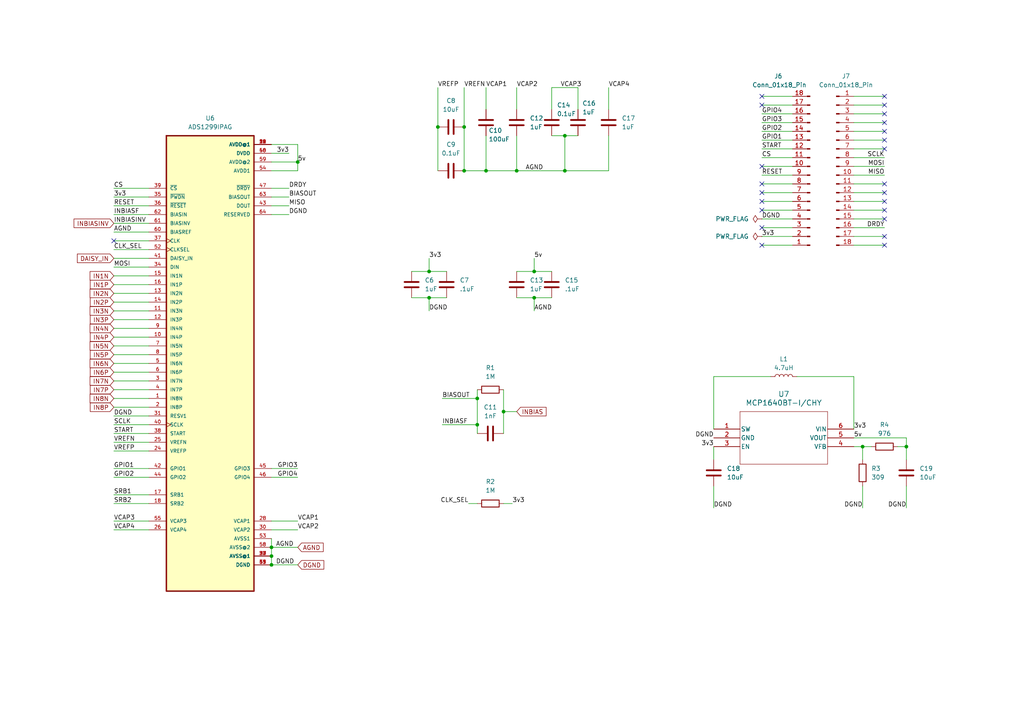
<source format=kicad_sch>
(kicad_sch (version 20231120) (generator "eeschema") (generator_version "8.0")
  (paper "A4")
  (lib_symbols
    (symbol "ADS1299:ADS1299IPAG" (pin_names (offset 1.016))
      (property "Reference" "U" (at -12.7 67.04 0))
      (property "Value" "ADS1299IPAG" (at -12.7 -70.04 0))
      (symbol "ADS1299IPAG_0_0"
        (rectangle (start -12.7 -66.04) (end 12.7 66.04) (stroke (width 0.41)) (fill (type background)))
        (pin input line (at -17.78 -10.16 0) (length 5.08) (name "IN8N") (number "1"))
        (pin input line (at -17.78 7.62 0) (length 5.08) (name "IN4P") (number "10"))
        (pin input line (at -17.78 15.24 0) (length 5.08) (name "IN3N") (number "11"))
        (pin input line (at -17.78 12.7 0) (length 5.08) (name "IN3P") (number "12"))
        (pin input line (at -17.78 20.32 0) (length 5.08) (name "IN2N") (number "13"))
        (pin input line (at -17.78 17.78 0) (length 5.08) (name "IN2P") (number "14"))
        (pin input line (at -17.78 25.4 0) (length 5.08) (name "IN1N") (number "15"))
        (pin input line (at -17.78 22.86 0) (length 5.08) (name "IN1P") (number "16"))
        (pin bidirectional line (at -17.78 -38.1 0) (length 5.08) (name "SRB1") (number "17"))
        (pin bidirectional line (at -17.78 -40.64 0) (length 5.08) (name "SRB2") (number "18"))
        (pin power_in line (at 17.78 63.5 180) (length 5.08) (name "AVDD@1") (number "19"))
        (pin input line (at -17.78 -12.7 0) (length 5.08) (name "IN8P") (number "2"))
        (pin power_in line (at 17.78 -55.88 180) (length 5.08) (name "AVSS@1") (number "20"))
        (pin power_in line (at 17.78 63.5 180) (length 5.08) (name "AVDD@1") (number "21"))
        (pin power_in line (at 17.78 63.5 180) (length 5.08) (name "AVDD@1") (number "22"))
        (pin power_in line (at 17.78 -55.88 180) (length 5.08) (name "AVSS@1") (number "23"))
        (pin input line (at -17.78 -25.4 0) (length 5.08) (name "VREFP") (number "24"))
        (pin input line (at -17.78 -22.86 0) (length 5.08) (name "VREFN") (number "25"))
        (pin bidirectional line (at -17.78 -48.26 0) (length 5.08) (name "VCAP4") (number "26"))
        (pin output line (at 17.78 -45.72 180) (length 5.08) (name "VCAP1") (number "28"))
        (pin input line (at -17.78 -5.08 0) (length 5.08) (name "IN7N") (number "3"))
        (pin output line (at 17.78 -48.26 180) (length 5.08) (name "VCAP2") (number "30"))
        (pin input line (at -17.78 -15.24 0) (length 5.08) (name "RESV1") (number "31"))
        (pin power_in line (at 17.78 -55.88 180) (length 5.08) (name "AVSS@1") (number "32"))
        (pin power_in line (at 17.78 -58.42 180) (length 5.08) (name "DGND") (number "33"))
        (pin input line (at -17.78 27.94 0) (length 5.08) (name "DIN") (number "34"))
        (pin input line (at -17.78 48.26 0) (length 5.08) (name "~{PWDN}") (number "35"))
        (pin input line (at -17.78 45.72 0) (length 5.08) (name "~{RESET}") (number "36"))
        (pin input clock (at -17.78 35.56 0) (length 5.08) (name "CLK") (number "37"))
        (pin input line (at -17.78 -20.32 0) (length 5.08) (name "START") (number "38"))
        (pin input line (at -17.78 50.8 0) (length 5.08) (name "~{CS}") (number "39"))
        (pin input line (at -17.78 -7.62 0) (length 5.08) (name "IN7P") (number "4"))
        (pin input clock (at -17.78 -17.78 0) (length 5.08) (name "SCLK") (number "40"))
        (pin input line (at -17.78 30.48 0) (length 5.08) (name "DAISY_IN") (number "41"))
        (pin bidirectional line (at -17.78 -30.48 0) (length 5.08) (name "GPIO1") (number "42"))
        (pin output line (at 17.78 45.72 180) (length 5.08) (name "DOUT") (number "43"))
        (pin bidirectional line (at -17.78 -33.02 0) (length 5.08) (name "GPIO2") (number "44"))
        (pin bidirectional line (at 17.78 -30.48 180) (length 5.08) (name "GPIO3") (number "45"))
        (pin bidirectional line (at 17.78 -33.02 180) (length 5.08) (name "GPIO4") (number "46"))
        (pin output line (at 17.78 50.8 180) (length 5.08) (name "~{DRDY}") (number "47"))
        (pin power_in line (at 17.78 60.96 180) (length 5.08) (name "DVDD") (number "48"))
        (pin power_in line (at 17.78 -58.42 180) (length 5.08) (name "DGND") (number "49"))
        (pin input line (at -17.78 0 0) (length 5.08) (name "IN6N") (number "5"))
        (pin power_in line (at 17.78 60.96 180) (length 5.08) (name "DVDD") (number "50"))
        (pin power_in line (at 17.78 -58.42 180) (length 5.08) (name "DGND") (number "51"))
        (pin input clock (at -17.78 33.02 0) (length 5.08) (name "CLKSEL") (number "52"))
        (pin power_in line (at 17.78 -50.8 180) (length 5.08) (name "AVSS1") (number "53"))
        (pin power_in line (at 17.78 55.88 180) (length 5.08) (name "AVDD1") (number "54"))
        (pin bidirectional line (at -17.78 -45.72 0) (length 5.08) (name "VCAP3") (number "55"))
        (pin power_in line (at 17.78 63.5 180) (length 5.08) (name "AVDD@1") (number "56"))
        (pin power_in line (at 17.78 -55.88 180) (length 5.08) (name "AVSS@1") (number "57"))
        (pin power_in line (at 17.78 -53.34 180) (length 5.08) (name "AVSS@2") (number "58"))
        (pin power_in line (at 17.78 58.42 180) (length 5.08) (name "AVDD@2") (number "59"))
        (pin input line (at -17.78 -2.54 0) (length 5.08) (name "IN6P") (number "6"))
        (pin input line (at -17.78 38.1 0) (length 5.08) (name "BIASREF") (number "60"))
        (pin input line (at -17.78 40.64 0) (length 5.08) (name "BIASINV") (number "61"))
        (pin input line (at -17.78 43.18 0) (length 5.08) (name "BIASIN") (number "62"))
        (pin output line (at 17.78 48.26 180) (length 5.08) (name "BIASOUT") (number "63"))
        (pin output line (at 17.78 43.18 180) (length 5.08) (name "RESERVED") (number "64"))
        (pin input line (at -17.78 5.08 0) (length 5.08) (name "IN5N") (number "7"))
        (pin input line (at -17.78 2.54 0) (length 5.08) (name "IN5P") (number "8"))
        (pin input line (at -17.78 10.16 0) (length 5.08) (name "IN4N") (number "9"))
      )
    )
    (symbol "Connector:Conn_01x18_Pin" (pin_names (offset 1.016) hide)
      (property "Reference" "J" (at 0 22.86 0))
      (property "Value" "Conn_01x18_Pin" (at 0 -25.4 0))
      (symbol "Conn_01x18_Pin_1_1"
        (polyline (pts (xy 1.27 -22.86) (xy 0.8636 -22.86)) (stroke (width 0.1524)))
        (polyline (pts (xy 1.27 -20.32) (xy 0.8636 -20.32)) (stroke (width 0.1524)))
        (polyline (pts (xy 1.27 -17.78) (xy 0.8636 -17.78)) (stroke (width 0.1524)))
        (polyline (pts (xy 1.27 -15.24) (xy 0.8636 -15.24)) (stroke (width 0.1524)))
        (polyline (pts (xy 1.27 -12.7) (xy 0.8636 -12.7)) (stroke (width 0.1524)))
        (polyline (pts (xy 1.27 -10.16) (xy 0.8636 -10.16)) (stroke (width 0.1524)))
        (polyline (pts (xy 1.27 -7.62) (xy 0.8636 -7.62)) (stroke (width 0.1524)))
        (polyline (pts (xy 1.27 -5.08) (xy 0.8636 -5.08)) (stroke (width 0.1524)))
        (polyline (pts (xy 1.27 -2.54) (xy 0.8636 -2.54)) (stroke (width 0.1524)))
        (polyline (pts (xy 1.27 0) (xy 0.8636 0)) (stroke (width 0.1524)))
        (polyline (pts (xy 1.27 2.54) (xy 0.8636 2.54)) (stroke (width 0.1524)))
        (polyline (pts (xy 1.27 5.08) (xy 0.8636 5.08)) (stroke (width 0.1524)))
        (polyline (pts (xy 1.27 7.62) (xy 0.8636 7.62)) (stroke (width 0.1524)))
        (polyline (pts (xy 1.27 10.16) (xy 0.8636 10.16)) (stroke (width 0.1524)))
        (polyline (pts (xy 1.27 12.7) (xy 0.8636 12.7)) (stroke (width 0.1524)))
        (polyline (pts (xy 1.27 15.24) (xy 0.8636 15.24)) (stroke (width 0.1524)))
        (polyline (pts (xy 1.27 17.78) (xy 0.8636 17.78)) (stroke (width 0.1524)))
        (polyline (pts (xy 1.27 20.32) (xy 0.8636 20.32)) (stroke (width 0.1524)))
        (rectangle (start 0.8636 -22.733) (end 0 -22.987) (stroke (width 0.1524)) (fill (type outline)))
        (rectangle (start 0.8636 -20.193) (end 0 -20.447) (stroke (width 0.1524)) (fill (type outline)))
        (rectangle (start 0.8636 -17.653) (end 0 -17.907) (stroke (width 0.1524)) (fill (type outline)))
        (rectangle (start 0.8636 -15.113) (end 0 -15.367) (stroke (width 0.1524)) (fill (type outline)))
        (rectangle (start 0.8636 -12.573) (end 0 -12.827) (stroke (width 0.1524)) (fill (type outline)))
        (rectangle (start 0.8636 -10.033) (end 0 -10.287) (stroke (width 0.1524)) (fill (type outline)))
        (rectangle (start 0.8636 -7.493) (end 0 -7.747) (stroke (width 0.1524)) (fill (type outline)))
        (rectangle (start 0.8636 -4.953) (end 0 -5.207) (stroke (width 0.1524)) (fill (type outline)))
        (rectangle (start 0.8636 -2.413) (end 0 -2.667) (stroke (width 0.1524)) (fill (type outline)))
        (rectangle (start 0.8636 0.127) (end 0 -0.127) (stroke (width 0.1524)) (fill (type outline)))
        (rectangle (start 0.8636 2.667) (end 0 2.413) (stroke (width 0.1524)) (fill (type outline)))
        (rectangle (start 0.8636 5.207) (end 0 4.953) (stroke (width 0.1524)) (fill (type outline)))
        (rectangle (start 0.8636 7.747) (end 0 7.493) (stroke (width 0.1524)) (fill (type outline)))
        (rectangle (start 0.8636 10.287) (end 0 10.033) (stroke (width 0.1524)) (fill (type outline)))
        (rectangle (start 0.8636 12.827) (end 0 12.573) (stroke (width 0.1524)) (fill (type outline)))
        (rectangle (start 0.8636 15.367) (end 0 15.113) (stroke (width 0.1524)) (fill (type outline)))
        (rectangle (start 0.8636 17.907) (end 0 17.653) (stroke (width 0.1524)) (fill (type outline)))
        (rectangle (start 0.8636 20.447) (end 0 20.193) (stroke (width 0.1524)) (fill (type outline)))
        (pin passive line (at 5.08 20.32 180) (length 3.81) (name "Pin_1") (number "1"))
        (pin passive line (at 5.08 -2.54 180) (length 3.81) (name "Pin_10") (number "10"))
        (pin passive line (at 5.08 -5.08 180) (length 3.81) (name "Pin_11") (number "11"))
        (pin passive line (at 5.08 -7.62 180) (length 3.81) (name "Pin_12") (number "12"))
        (pin passive line (at 5.08 -10.16 180) (length 3.81) (name "Pin_13") (number "13"))
        (pin passive line (at 5.08 -12.7 180) (length 3.81) (name "Pin_14") (number "14"))
        (pin passive line (at 5.08 -15.24 180) (length 3.81) (name "Pin_15") (number "15"))
        (pin passive line (at 5.08 -17.78 180) (length 3.81) (name "Pin_16") (number "16"))
        (pin passive line (at 5.08 -20.32 180) (length 3.81) (name "Pin_17") (number "17"))
        (pin passive line (at 5.08 -22.86 180) (length 3.81) (name "Pin_18") (number "18"))
        (pin passive line (at 5.08 17.78 180) (length 3.81) (name "Pin_2") (number "2"))
        (pin passive line (at 5.08 15.24 180) (length 3.81) (name "Pin_3") (number "3"))
        (pin passive line (at 5.08 12.7 180) (length 3.81) (name "Pin_4") (number "4"))
        (pin passive line (at 5.08 10.16 180) (length 3.81) (name "Pin_5") (number "5"))
        (pin passive line (at 5.08 7.62 180) (length 3.81) (name "Pin_6") (number "6"))
        (pin passive line (at 5.08 5.08 180) (length 3.81) (name "Pin_7") (number "7"))
        (pin passive line (at 5.08 2.54 180) (length 3.81) (name "Pin_8") (number "8"))
        (pin passive line (at 5.08 0 180) (length 3.81) (name "Pin_9") (number "9"))
      )
    )
    (symbol "Device:C" (pin_numbers hide) (pin_names (offset 0.254))
      (property "Reference" "C" (at 0.635 2.54 0))
      (property "Value" "C" (at 0.635 -2.54 0))
      (symbol "C_0_1"
        (polyline (pts (xy -2.032 -0.762) (xy 2.032 -0.762)) (stroke (width 0.508)))
        (polyline (pts (xy -2.032 0.762) (xy 2.032 0.762)) (stroke (width 0.508)))
      )
      (symbol "C_1_1"
        (pin passive line (at 0 3.81 270) (length 2.794) (name "~") (number "1"))
        (pin passive line (at 0 -3.81 90) (length 2.794) (name "~") (number "2"))
      )
    )
    (symbol "Device:L" (pin_numbers hide) (pin_names (offset 1.016) hide)
      (property "Reference" "L" (at -1.27 0 90))
      (property "Value" "L" (at 1.905 0 90))
      (symbol "L_0_1"
        (arc (start 0 -2.54) (mid 0.6323 -1.905) (end 0 -1.27))
        (arc (start 0 -1.27) (mid 0.6323 -0.635) (end 0 0))
        (arc (start 0 0) (mid 0.6323 0.635) (end 0 1.27))
        (arc (start 0 1.27) (mid 0.6323 1.905) (end 0 2.54))
      )
      (symbol "L_1_1"
        (pin passive line (at 0 3.81 270) (length 1.27) (name "1") (number "1"))
        (pin passive line (at 0 -3.81 90) (length 1.27) (name "2") (number "2"))
      )
    )
    (symbol "Device:R" (pin_numbers hide) (pin_names (offset 0))
      (property "Reference" "R" (at 2.032 0 90))
      (property "Value" "R" (at 0 0 90))
      (symbol "R_0_1"
        (rectangle (start -1.016 -2.54) (end 1.016 2.54) (stroke (width 0.254)))
      )
      (symbol "R_1_1"
        (pin passive line (at 0 3.81 270) (length 1.27) (name "~") (number "1"))
        (pin passive line (at 0 -3.81 90) (length 1.27) (name "~") (number "2"))
      )
    )
    (symbol "MCP1640BT:MCP1640BT-I_CHY" (pin_names (offset 0.254))
      (property "Reference" "U" (at 20.32 10.16 0))
      (property "Value" "MCP1640BT-I/CHY" (at 20.32 7.62 0))
      (symbol "MCP1640BT-I_CHY_0_1"
        (polyline (pts (xy 7.62 -10.16) (xy 33.02 -10.16)) (stroke (width 0.127)))
        (polyline (pts (xy 7.62 5.08) (xy 7.62 -10.16)) (stroke (width 0.127)))
        (polyline (pts (xy 33.02 -10.16) (xy 33.02 5.08)) (stroke (width 0.127)))
        (polyline (pts (xy 33.02 5.08) (xy 7.62 5.08)) (stroke (width 0.127)))
        (pin input line (at 0 0 0) (length 7.62) (name "SW") (number "1"))
        (pin power_in line (at 0 -2.54 0) (length 7.62) (name "GND") (number "2"))
        (pin input line (at 0 -5.08 0) (length 7.62) (name "EN") (number "3"))
        (pin unspecified line (at 40.64 -5.08 180) (length 7.62) (name "VFB") (number "4"))
        (pin output line (at 40.64 -2.54 180) (length 7.62) (name "VOUT") (number "5"))
        (pin input line (at 40.64 0 180) (length 7.62) (name "VIN") (number "6"))
      )
    )
    (symbol "power:PWR_FLAG" (power) (pin_numbers hide) (pin_names (offset 0) hide)
      (property "Value" "PWR_FLAG" (at 0 3.81 0))
      (symbol "PWR_FLAG_0_0"
        (pin power_out line (at 0 0 90) (length 0) (name "~") (number "1"))
      )
      (symbol "PWR_FLAG_0_1"
        (polyline (pts (xy 0 0) (xy 0 1.27) (xy -1.016 1.905) (xy 0 2.54) (xy 1.016 1.905) (xy 0 1.27)))
      )
    )
  )
  (junction (at 154.94 86.36))
  (junction (at 163.83 49.53))
  (junction (at 138.43 115.57))
  (junction (at 127 36.83))
  (junction (at 146.05 119.38))
  (junction (at 78.74 161.29))
  (junction (at 124.46 86.36))
  (junction (at 86.36 46.99))
  (junction (at 154.94 78.74))
  (junction (at 134.62 49.53))
  (junction (at 262.89 129.54))
  (junction (at 140.97 49.53))
  (junction (at 163.83 39.37))
  (junction (at 78.74 163.83))
  (junction (at 124.46 78.74))
  (junction (at 78.74 158.75))
  (junction (at 138.43 123.19))
  (junction (at 134.62 36.83))
  (junction (at 250.19 129.54))
  (junction (at 149.86 49.53))
  (no_connect (at 220.98 66.04))
  (no_connect (at 256.54 58.42))
  (no_connect (at 220.98 30.48))
  (no_connect (at 220.98 55.88))
  (no_connect (at 220.98 48.26))
  (no_connect (at 220.98 53.34))
  (no_connect (at 256.54 30.48))
  (no_connect (at 256.54 43.18))
  (no_connect (at 220.98 71.12))
  (no_connect (at 256.54 63.5))
  (no_connect (at 256.54 60.96))
  (no_connect (at 220.98 27.94))
  (no_connect (at 256.54 27.94))
  (no_connect (at 256.54 35.56))
  (no_connect (at 33.02 69.85))
  (no_connect (at 256.54 40.64))
  (no_connect (at 256.54 68.58))
  (no_connect (at 256.54 38.1))
  (no_connect (at 256.54 71.12))
  (no_connect (at 256.54 55.88))
  (no_connect (at 256.54 33.02))
  (no_connect (at 220.98 58.42))
  (no_connect (at 256.54 53.34))
  (no_connect (at 220.98 60.96))
  (wire (pts (xy 33.02 151.13) (xy 43.18 151.13)))
  (wire (pts (xy 220.98 40.64) (xy 229.87 40.64)))
  (wire (pts (xy 78.74 163.83) (xy 78.74 161.29)))
  (wire (pts (xy 231.14 109.22) (xy 247.65 109.22)))
  (wire (pts (xy 33.02 105.41) (xy 43.18 105.41)))
  (wire (pts (xy 163.83 39.37) (xy 163.83 49.53)))
  (wire (pts (xy 247.65 35.56) (xy 256.54 35.56)))
  (wire (pts (xy 220.98 45.72) (xy 229.87 45.72)))
  (wire (pts (xy 140.97 39.37) (xy 140.97 49.53)))
  (wire (pts (xy 78.74 59.69) (xy 83.82 59.69)))
  (wire (pts (xy 250.19 129.54) (xy 250.19 133.35)))
  (wire (pts (xy 247.65 58.42) (xy 256.54 58.42)))
  (wire (pts (xy 207.01 124.46) (xy 207.01 109.22)))
  (wire (pts (xy 33.02 95.25) (xy 43.18 95.25)))
  (wire (pts (xy 78.74 138.43) (xy 86.36 138.43)))
  (wire (pts (xy 138.43 113.03) (xy 138.43 115.57)))
  (wire (pts (xy 33.02 62.23) (xy 43.18 62.23)))
  (wire (pts (xy 176.53 25.4) (xy 176.53 31.75)))
  (wire (pts (xy 262.89 140.97) (xy 262.89 147.32)))
  (wire (pts (xy 124.46 78.74) (xy 129.54 78.74)))
  (wire (pts (xy 146.05 113.03) (xy 146.05 119.38)))
  (wire (pts (xy 33.02 113.03) (xy 43.18 113.03)))
  (wire (pts (xy 149.86 25.4) (xy 149.86 31.75)))
  (wire (pts (xy 247.65 27.94) (xy 256.54 27.94)))
  (wire (pts (xy 149.86 49.53) (xy 140.97 49.53)))
  (wire (pts (xy 78.74 54.61) (xy 83.82 54.61)))
  (wire (pts (xy 33.02 64.77) (xy 43.18 64.77)))
  (wire (pts (xy 247.65 33.02) (xy 256.54 33.02)))
  (wire (pts (xy 78.74 49.53) (xy 86.36 49.53)))
  (wire (pts (xy 134.62 49.53) (xy 134.62 36.83)))
  (wire (pts (xy 78.74 135.89) (xy 86.36 135.89)))
  (wire (pts (xy 247.65 66.04) (xy 256.54 66.04)))
  (wire (pts (xy 119.38 86.36) (xy 124.46 86.36)))
  (wire (pts (xy 220.98 48.26) (xy 229.87 48.26)))
  (wire (pts (xy 33.02 102.87) (xy 43.18 102.87)))
  (wire (pts (xy 220.98 30.48) (xy 229.87 30.48)))
  (wire (pts (xy 220.98 68.58) (xy 229.87 68.58)))
  (wire (pts (xy 134.62 36.83) (xy 134.62 25.4)))
  (wire (pts (xy 124.46 74.93) (xy 124.46 78.74)))
  (wire (pts (xy 160.02 39.37) (xy 163.83 39.37)))
  (wire (pts (xy 146.05 119.38) (xy 149.86 119.38)))
  (wire (pts (xy 220.98 63.5) (xy 229.87 63.5)))
  (wire (pts (xy 220.98 50.8) (xy 229.87 50.8)))
  (wire (pts (xy 138.43 115.57) (xy 138.43 123.19)))
  (wire (pts (xy 220.98 33.02) (xy 229.87 33.02)))
  (wire (pts (xy 33.02 123.19) (xy 43.18 123.19)))
  (wire (pts (xy 78.74 158.75) (xy 78.74 161.29)))
  (wire (pts (xy 149.86 39.37) (xy 149.86 49.53)))
  (wire (pts (xy 154.94 86.36) (xy 160.02 86.36)))
  (wire (pts (xy 220.98 66.04) (xy 229.87 66.04)))
  (wire (pts (xy 33.02 135.89) (xy 43.18 135.89)))
  (wire (pts (xy 262.89 129.54) (xy 260.35 129.54)))
  (wire (pts (xy 78.74 156.21) (xy 78.74 158.75)))
  (wire (pts (xy 127 36.83) (xy 127 49.53)))
  (wire (pts (xy 220.98 35.56) (xy 229.87 35.56)))
  (wire (pts (xy 33.02 115.57) (xy 43.18 115.57)))
  (wire (pts (xy 78.74 46.99) (xy 86.36 46.99)))
  (wire (pts (xy 154.94 86.36) (xy 154.94 90.17)))
  (wire (pts (xy 33.02 85.09) (xy 43.18 85.09)))
  (wire (pts (xy 220.98 38.1) (xy 229.87 38.1)))
  (wire (pts (xy 33.02 138.43) (xy 43.18 138.43)))
  (wire (pts (xy 207.01 140.97) (xy 207.01 147.32)))
  (wire (pts (xy 220.98 55.88) (xy 229.87 55.88)))
  (wire (pts (xy 78.74 44.45) (xy 83.82 44.45)))
  (wire (pts (xy 33.02 97.79) (xy 43.18 97.79)))
  (wire (pts (xy 78.74 163.83) (xy 86.36 163.83)))
  (wire (pts (xy 149.86 49.53) (xy 163.83 49.53)))
  (wire (pts (xy 247.65 127) (xy 262.89 127)))
  (wire (pts (xy 154.94 74.93) (xy 154.94 78.74)))
  (wire (pts (xy 176.53 39.37) (xy 176.53 49.53)))
  (wire (pts (xy 207.01 129.54) (xy 207.01 133.35)))
  (wire (pts (xy 247.65 45.72) (xy 256.54 45.72)))
  (wire (pts (xy 78.74 62.23) (xy 83.82 62.23)))
  (wire (pts (xy 124.46 86.36) (xy 129.54 86.36)))
  (wire (pts (xy 33.02 82.55) (xy 43.18 82.55)))
  (wire (pts (xy 128.27 115.57) (xy 138.43 115.57)))
  (wire (pts (xy 78.74 41.91) (xy 86.36 41.91)))
  (wire (pts (xy 250.19 140.97) (xy 250.19 147.32)))
  (wire (pts (xy 220.98 27.94) (xy 229.87 27.94)))
  (wire (pts (xy 247.65 40.64) (xy 256.54 40.64)))
  (wire (pts (xy 160.02 25.4) (xy 167.64 25.4)))
  (wire (pts (xy 135.89 146.05) (xy 138.43 146.05)))
  (wire (pts (xy 33.02 110.49) (xy 43.18 110.49)))
  (wire (pts (xy 247.65 60.96) (xy 256.54 60.96)))
  (wire (pts (xy 220.98 60.96) (xy 229.87 60.96)))
  (wire (pts (xy 247.65 38.1) (xy 256.54 38.1)))
  (wire (pts (xy 119.38 78.74) (xy 124.46 78.74)))
  (wire (pts (xy 247.65 55.88) (xy 256.54 55.88)))
  (wire (pts (xy 33.02 59.69) (xy 43.18 59.69)))
  (wire (pts (xy 167.64 25.4) (xy 167.64 31.75)))
  (wire (pts (xy 78.74 57.15) (xy 83.82 57.15)))
  (wire (pts (xy 247.65 63.5) (xy 256.54 63.5)))
  (wire (pts (xy 220.98 58.42) (xy 229.87 58.42)))
  (wire (pts (xy 247.65 30.48) (xy 256.54 30.48)))
  (wire (pts (xy 33.02 146.05) (xy 43.18 146.05)))
  (wire (pts (xy 33.02 69.85) (xy 43.18 69.85)))
  (wire (pts (xy 140.97 25.4) (xy 140.97 31.75)))
  (wire (pts (xy 33.02 130.81) (xy 43.18 130.81)))
  (wire (pts (xy 86.36 46.99) (xy 86.36 49.53)))
  (wire (pts (xy 33.02 128.27) (xy 43.18 128.27)))
  (wire (pts (xy 146.05 146.05) (xy 148.59 146.05)))
  (wire (pts (xy 78.74 151.13) (xy 86.36 151.13)))
  (wire (pts (xy 163.83 39.37) (xy 167.64 39.37)))
  (wire (pts (xy 33.02 57.15) (xy 43.18 57.15)))
  (wire (pts (xy 33.02 92.71) (xy 43.18 92.71)))
  (wire (pts (xy 149.86 78.74) (xy 154.94 78.74)))
  (wire (pts (xy 33.02 143.51) (xy 43.18 143.51)))
  (wire (pts (xy 33.02 90.17) (xy 43.18 90.17)))
  (wire (pts (xy 220.98 43.18) (xy 229.87 43.18)))
  (wire (pts (xy 33.02 80.01) (xy 43.18 80.01)))
  (wire (pts (xy 146.05 119.38) (xy 146.05 125.73)))
  (wire (pts (xy 160.02 25.4) (xy 160.02 31.75)))
  (wire (pts (xy 247.65 50.8) (xy 256.54 50.8)))
  (wire (pts (xy 262.89 129.54) (xy 262.89 127)))
  (wire (pts (xy 138.43 123.19) (xy 138.43 125.73)))
  (wire (pts (xy 33.02 67.31) (xy 43.18 67.31)))
  (wire (pts (xy 33.02 87.63) (xy 43.18 87.63)))
  (wire (pts (xy 247.65 71.12) (xy 256.54 71.12)))
  (wire (pts (xy 124.46 86.36) (xy 124.46 90.17)))
  (wire (pts (xy 127 25.4) (xy 127 36.83)))
  (wire (pts (xy 250.19 129.54) (xy 252.73 129.54)))
  (wire (pts (xy 33.02 107.95) (xy 43.18 107.95)))
  (wire (pts (xy 86.36 41.91) (xy 86.36 46.99)))
  (wire (pts (xy 247.65 68.58) (xy 256.54 68.58)))
  (wire (pts (xy 33.02 77.47) (xy 43.18 77.47)))
  (wire (pts (xy 33.02 54.61) (xy 43.18 54.61)))
  (wire (pts (xy 140.97 49.53) (xy 134.62 49.53)))
  (wire (pts (xy 33.02 100.33) (xy 43.18 100.33)))
  (wire (pts (xy 154.94 78.74) (xy 160.02 78.74)))
  (wire (pts (xy 220.98 71.12) (xy 229.87 71.12)))
  (wire (pts (xy 33.02 153.67) (xy 43.18 153.67)))
  (wire (pts (xy 247.65 43.18) (xy 256.54 43.18)))
  (wire (pts (xy 247.65 53.34) (xy 256.54 53.34)))
  (wire (pts (xy 33.02 125.73) (xy 43.18 125.73)))
  (wire (pts (xy 33.02 118.11) (xy 43.18 118.11)))
  (wire (pts (xy 33.02 72.39) (xy 43.18 72.39)))
  (wire (pts (xy 33.02 74.93) (xy 43.18 74.93)))
  (wire (pts (xy 176.53 49.53) (xy 163.83 49.53)))
  (wire (pts (xy 247.65 109.22) (xy 247.65 124.46)))
  (wire (pts (xy 149.86 86.36) (xy 154.94 86.36)))
  (wire (pts (xy 262.89 133.35) (xy 262.89 129.54)))
  (wire (pts (xy 33.02 120.65) (xy 43.18 120.65)))
  (wire (pts (xy 207.01 109.22) (xy 223.52 109.22)))
  (wire (pts (xy 220.98 53.34) (xy 229.87 53.34)))
  (wire (pts (xy 128.27 123.19) (xy 138.43 123.19)))
  (wire (pts (xy 247.65 48.26) (xy 256.54 48.26)))
  (wire (pts (xy 78.74 158.75) (xy 86.36 158.75)))
  (wire (pts (xy 247.65 129.54) (xy 250.19 129.54)))
  (wire (pts (xy 78.74 153.67) (xy 86.36 153.67)))
  (label "AGND" (at 33.02 67.31 0))
  (label "VCAP4" (at 33.02 153.67 0))
  (label "GPIO4" (at 220.98 33.02 0))
  (label "DGND" (at 207.01 147.32 0))
  (label "3v3" (at 207.01 129.54 180))
  (label "DGND" (at 124.46 90.17 0))
  (label "VCAP3" (at 162.56 25.4 0))
  (label "INBIASF" (at 128.27 123.19 0))
  (label "CLK_SEL" (at 33.02 72.39 0))
  (label "5v" (at 247.65 127 0))
  (label "AGND" (at 152.4 49.53 0))
  (label "MISO" (at 256.54 50.8 180))
  (label "VREFP" (at 33.02 130.81 0))
  (label "SCLK" (at 256.54 45.72 180))
  (label "VREFP" (at 127 25.4 0))
  (label "GPIO1" (at 220.98 40.64 0))
  (label "RESET" (at 220.98 50.8 0))
  (label "BIASOUT" (at 83.82 57.15 0))
  (label "VCAP2" (at 149.86 25.4 0))
  (label "3v3" (at 124.46 74.93 0))
  (label "3v3" (at 247.65 124.46 0))
  (label "VREFN" (at 33.02 128.27 0))
  (label "CLK_SEL" (at 135.89 146.05 180))
  (label "AGND" (at 80.01 158.75 0))
  (label "VCAP1" (at 140.97 25.4 0))
  (label "SRB1" (at 33.02 143.51 0))
  (label "INBIASF" (at 33.02 62.23 0))
  (label "3v3" (at 83.82 44.45 180))
  (label "CS" (at 220.98 45.72 0))
  (label "GPIO4" (at 86.36 138.43 180))
  (label "MOSI" (at 33.02 77.47 0))
  (label "START" (at 220.98 43.18 0))
  (label "AGND" (at 154.94 90.17 0))
  (label "INBIASINV" (at 33.02 64.77 0))
  (label "3v3" (at 33.02 57.15 0))
  (label "START" (at 33.02 125.73 0))
  (label "DRDY" (at 256.54 66.04 180))
  (label "GPIO3" (at 86.36 135.89 180))
  (label "VCAP4" (at 176.53 25.4 0))
  (label "5v" (at 86.36 46.99 0))
  (label "5v" (at 154.94 74.93 0))
  (label "RESET" (at 33.02 59.69 0))
  (label "VREFN" (at 134.62 25.4 0))
  (label "DGND" (at 207.01 127 180))
  (label "VCAP3" (at 33.02 151.13 0))
  (label "MOSI" (at 256.54 48.26 180))
  (label "DGND" (at 250.19 147.32 180))
  (label "DGND" (at 33.02 120.65 0))
  (label "CS" (at 33.02 54.61 0))
  (label "3v3" (at 220.98 68.58 0))
  (label "DGND" (at 220.98 63.5 0))
  (label "BIASOUT" (at 128.27 115.57 0))
  (label "GPIO1" (at 33.02 135.89 0))
  (label "SCLK" (at 33.02 123.19 0))
  (label "GPIO2" (at 220.98 38.1 0))
  (label "DGND" (at 262.89 147.32 180))
  (label "DGND" (at 83.82 62.23 0))
  (label "GPIO2" (at 33.02 138.43 0))
  (label "MISO" (at 83.82 59.69 0))
  (label "DRDY" (at 83.82 54.61 0))
  (label "DGND" (at 80.01 163.83 0))
  (label "VCAP2" (at 86.36 153.67 0))
  (label "GPIO3" (at 220.98 35.56 0))
  (label "SRB2" (at 33.02 146.05 0))
  (label "3v3" (at 148.59 146.05 0))
  (label "VCAP1" (at 86.36 151.13 0))
  (global_label "IN3P" (shape input) (at 33.02 92.71 180) (property "Intersheetrefs" "${INTERSHEET_REFS}" (effects (hide yes))))
  (global_label "IN1P" (shape input) (at 33.02 82.55 180) (property "Intersheetrefs" "${INTERSHEET_REFS}" (effects (hide yes))))
  (global_label "IN2N" (shape input) (at 33.02 85.09 180) (property "Intersheetrefs" "${INTERSHEET_REFS}" (effects (hide yes))))
  (global_label "AGND" (shape input) (at 86.36 158.75 0) (property "Intersheetrefs" "${INTERSHEET_REFS}" (effects (hide yes))))
  (global_label "IN1N" (shape input) (at 33.02 80.01 180) (property "Intersheetrefs" "${INTERSHEET_REFS}" (effects (hide yes))))
  (global_label "IN4P" (shape input) (at 33.02 97.79 180) (property "Intersheetrefs" "${INTERSHEET_REFS}" (effects (hide yes))))
  (global_label "IN2P" (shape input) (at 33.02 87.63 180) (property "Intersheetrefs" "${INTERSHEET_REFS}" (effects (hide yes))))
  (global_label "IN4N" (shape input) (at 33.02 95.25 180) (property "Intersheetrefs" "${INTERSHEET_REFS}" (effects (hide yes))))
  (global_label "IN7N" (shape input) (at 33.02 110.49 180) (property "Intersheetrefs" "${INTERSHEET_REFS}" (effects (hide yes))))
  (global_label "IN3N" (shape input) (at 33.02 90.17 180) (property "Intersheetrefs" "${INTERSHEET_REFS}" (effects (hide yes))))
  (global_label "IN8P" (shape input) (at 33.02 118.11 180) (property "Intersheetrefs" "${INTERSHEET_REFS}" (effects (hide yes))))
  (global_label "IN6P" (shape input) (at 33.02 107.95 180) (property "Intersheetrefs" "${INTERSHEET_REFS}" (effects (hide yes))))
  (global_label "IN6N" (shape input) (at 33.02 105.41 180) (property "Intersheetrefs" "${INTERSHEET_REFS}" (effects (hide yes))))
  (global_label "DAISY_IN" (shape input) (at 33.02 74.93 180) (property "Intersheetrefs" "${INTERSHEET_REFS}" (effects (hide yes))))
  (global_label "IN5P" (shape input) (at 33.02 102.87 180) (property "Intersheetrefs" "${INTERSHEET_REFS}" (effects (hide yes))))
  (global_label "IN5N" (shape input) (at 33.02 100.33 180) (property "Intersheetrefs" "${INTERSHEET_REFS}" (effects (hide yes))))
  (global_label "DGND" (shape input) (at 86.36 163.83 0) (property "Intersheetrefs" "${INTERSHEET_REFS}" (effects (hide yes))))
  (global_label "INBIAS" (shape input) (at 149.86 119.38 0) (property "Intersheetrefs" "${INTERSHEET_REFS}" (effects (hide yes))))
  (global_label "IN7P" (shape input) (at 33.02 113.03 180) (property "Intersheetrefs" "${INTERSHEET_REFS}" (effects (hide yes))))
  (global_label "INBIASINV" (shape input) (at 33.02 64.77 180) (property "Intersheetrefs" "${INTERSHEET_REFS}" (effects (hide yes))))
  (global_label "IN8N" (shape input) (at 33.02 115.57 180) (property "Intersheetrefs" "${INTERSHEET_REFS}" (effects (hide yes))))
  (symbol (lib_id "MCP1640BT:MCP1640BT-I_CHY") (at 207.01 124.46 0) (unit 1)
    (property "Reference" "U7" (at 227.33 114.3 0) (effects (font (size 1.524 1.524))))
    (property "Value" "MCP1640BT-I/CHY" (at 227.33 116.84 0) (effects (font (size 1.524 1.524))))
    (property "Footprint" "MCP1640:SOT-23-6_MC_MCH" (effects (hide yes)))
    (property "Datasheet" "MCP1640BT-I/CHY" (effects (hide yes)))
  )
  (symbol (lib_id "Device:C") (at 207.01 137.16 180) (unit 1)
    (property "Reference" "C18" (at 210.82 135.8899 0) (effects (justify right)))
    (property "Value" "10uF" (at 210.82 138.4299 0) (effects (justify right)))
    (property "Footprint" "Capacitor_SMD:C_0805_2012Metric" (effects (hide yes)))
    (property "Description" "Unpolarized capacitor" (effects (hide yes)))
  )
  (symbol (lib_id "Device:C") (at 262.89 137.16 0) (unit 1)
    (property "Reference" "C19" (at 266.7 135.8899 0) (effects (justify left)))
    (property "Value" "10uF" (at 266.7 138.4299 0) (effects (justify left)))
    (property "Footprint" "Capacitor_SMD:C_0805_2012Metric" (effects (hide yes)))
    (property "Description" "Unpolarized capacitor" (effects (hide yes)))
  )
  (symbol (lib_id "Device:L") (at 227.33 109.22 90) (unit 1)
    (property "Reference" "L1" (at 227.33 104.14 90))
    (property "Value" "4.7uH" (at 227.33 106.68 90))
    (property "Footprint" "Inductor_SMD:L_0805_2012Metric" (effects (hide yes)))
    (property "Description" "Inductor" (effects (hide yes)))
  )
  (symbol (lib_id "Device:R") (at 250.19 137.16 0) (unit 1)
    (property "Reference" "R3" (at 252.73 135.8899 0) (effects (justify left)))
    (property "Value" "309" (at 252.73 138.4299 0) (effects (justify left)))
    (property "Footprint" "Resistor_SMD:R_0805_2012Metric" (effects (hide yes)))
    (property "Description" "Resistor" (effects (hide yes)))
  )
  (symbol (lib_id "Device:C") (at 167.64 35.56 0) (unit 1)
    (property "Reference" "C16" (at 168.91 29.972 0) (effects (justify left)))
    (property "Value" "1uF" (at 168.91 32.512 0) (effects (justify left)))
    (property "Footprint" "Capacitor_SMD:C_0805_2012Metric" (effects (hide yes)))
    (property "Description" "Unpolarized capacitor" (effects (hide yes)))
  )
  (symbol (lib_id "Device:C") (at 160.02 35.56 180) (unit 1)
    (property "Reference" "C14" (at 161.544 30.48 0) (effects (justify right)))
    (property "Value" "0.1uF" (at 161.544 33.02 0) (effects (justify right)))
    (property "Footprint" "Capacitor_SMD:C_0805_2012Metric" (effects (hide yes)))
    (property "Description" "Unpolarized capacitor" (effects (hide yes)))
  )
  (symbol (lib_id "Device:C") (at 149.86 82.55 0) (unit 1)
    (property "Reference" "C13" (at 153.67 81.2799 0) (effects (justify left)))
    (property "Value" "1uF" (at 153.67 83.8199 0) (effects (justify left)))
    (property "Footprint" "Capacitor_SMD:C_0805_2012Metric" (effects (hide yes)))
    (property "Description" "Unpolarized capacitor" (effects (hide yes)))
  )
  (symbol (lib_id "Device:C") (at 176.53 35.56 0) (unit 1)
    (property "Reference" "C17" (at 180.34 34.2899 0) (effects (justify left)))
    (property "Value" "1uF" (at 180.34 36.8299 0) (effects (justify left)))
    (property "Footprint" "Capacitor_SMD:C_0805_2012Metric" (effects (hide yes)))
    (property "Description" "Unpolarized capacitor" (effects (hide yes)))
  )
  (symbol (lib_id "Device:C") (at 130.81 36.83 90) (unit 1)
    (property "Reference" "C8" (at 130.81 29.21 90))
    (property "Value" "10uF" (at 130.81 31.75 90))
    (property "Footprint" "Capacitor_SMD:C_0805_2012Metric" (effects (hide yes)))
    (property "Description" "Unpolarized capacitor" (effects (hide yes)))
  )
  (symbol (lib_id "Device:R") (at 142.24 146.05 90) (unit 1)
    (property "Reference" "R2" (at 142.24 139.7 90))
    (property "Value" "1M" (at 142.24 142.24 90))
    (property "Footprint" "Resistor_SMD:R_0805_2012Metric" (effects (hide yes)))
    (property "Description" "Resistor" (effects (hide yes)))
  )
  (symbol (lib_id "Device:C") (at 129.54 82.55 0) (unit 1)
    (property "Reference" "C7" (at 133.35 81.2799 0) (effects (justify left)))
    (property "Value" ".1uF" (at 133.35 83.8199 0) (effects (justify left)))
    (property "Footprint" "Capacitor_SMD:C_0805_2012Metric" (effects (hide yes)))
    (property "Description" "Unpolarized capacitor" (effects (hide yes)))
  )
  (symbol (lib_id "Device:R") (at 142.24 113.03 90) (unit 1)
    (property "Reference" "R1" (at 142.24 106.68 90))
    (property "Value" "1M" (at 142.24 109.22 90))
    (property "Footprint" "Resistor_SMD:R_0805_2012Metric" (effects (hide yes)))
    (property "Description" "Resistor" (effects (hide yes)))
  )
  (symbol (lib_id "Device:R") (at 256.54 129.54 90) (unit 1)
    (property "Reference" "R4" (at 256.54 123.19 90))
    (property "Value" "976" (at 256.54 125.73 90))
    (property "Footprint" "Resistor_SMD:R_0805_2012Metric" (effects (hide yes)))
    (property "Description" "Resistor" (effects (hide yes)))
  )
  (symbol (lib_id "ADS1299:ADS1299IPAG") (at 60.96 105.41 0) (unit 1)
    (property "Reference" "U6" (at 60.96 34.29 0))
    (property "Value" "ADS1299IPAG" (at 60.96 36.83 0))
    (property "Footprint" "ADS1299:QFP50P1200X1200X120-64N" (effects (hide yes)))
    (property "MF" "Texas Instruments" (effects (hide yes)))
    (property "Description_1" "\n                        \n                            Low-Noise, 8-Channel, 24-Bit Analog-to-Digital Converter for Biopotential Measurements\n                        \n" (effects (hide yes)))
    (property "Package" "TQFP-64 Texas Instruments" (effects (hide yes)))
    (property "Price" "None" (effects (hide yes)))
    (property "SnapEDA_Link" "https://www.snapeda.com/parts/ADS1299IPAG/Texas+Instruments/view-part/?ref=snap" (effects (hide yes)))
    (property "MP" "ADS1299IPAG" (effects (hide yes)))
    (property "Availability" "In Stock" (effects (hide yes)))
    (property "Check_prices" "https://www.snapeda.com/parts/ADS1299IPAG/Texas+Instruments/view-part/?ref=eda" (effects (hide yes)))
  )
  (symbol (lib_id "Device:C") (at 160.02 82.55 0) (unit 1)
    (property "Reference" "C15" (at 163.83 81.2799 0) (effects (justify left)))
    (property "Value" ".1uF" (at 163.83 83.8199 0) (effects (justify left)))
    (property "Footprint" "Capacitor_SMD:C_0805_2012Metric" (effects (hide yes)))
    (property "Description" "Unpolarized capacitor" (effects (hide yes)))
  )
  (symbol (lib_id "Device:C") (at 142.24 125.73 270) (unit 1)
    (property "Reference" "C11" (at 142.24 118.11 90))
    (property "Value" "1nF" (at 142.24 120.65 90))
    (property "Footprint" "Capacitor_SMD:C_0805_2012Metric" (effects (hide yes)))
    (property "Description" "Unpolarized capacitor" (effects (hide yes)))
  )
  (symbol (lib_id "Device:C") (at 140.97 35.56 0) (unit 1)
    (property "Reference" "C10" (at 141.732 37.846 0) (effects (justify left)))
    (property "Value" "100uF" (at 141.732 40.386 0) (effects (justify left)))
    (property "Footprint" "Capacitor_SMD:C_0805_2012Metric" (effects (hide yes)))
    (property "Description" "Unpolarized capacitor" (effects (hide yes)))
  )
  (symbol (lib_id "Device:C") (at 119.38 82.55 0) (unit 1)
    (property "Reference" "C6" (at 123.19 81.2799 0) (effects (justify left)))
    (property "Value" "1uF" (at 123.19 83.8199 0) (effects (justify left)))
    (property "Footprint" "Capacitor_SMD:C_0805_2012Metric" (effects (hide yes)))
    (property "Description" "Unpolarized capacitor" (effects (hide yes)))
  )
  (symbol (lib_id "Device:C") (at 130.81 49.53 90) (unit 1)
    (property "Reference" "C9" (at 130.81 41.91 90))
    (property "Value" "0.1uF" (at 130.81 44.45 90))
    (property "Footprint" "Capacitor_SMD:C_0805_2012Metric" (effects (hide yes)))
    (property "Description" "Unpolarized capacitor" (effects (hide yes)))
  )
  (symbol (lib_id "Connector:Conn_01x18_Pin") (at 242.57 48.26 0) (unit 1)
    (property "Reference" "J7" (at 245.364 22.098 0))
    (property "Value" "Conn_01x18_Pin" (at 245.364 24.638 0))
    (property "Footprint" "Connector_PinSocket_2.54mm:PinSocket_1x18_P2.54mm_Vertical" (effects (hide yes)))
    (property "Description" "Generic connector, single row, 01x18, script generated" (effects (hide yes)))
  )
  (symbol (lib_id "Connector:Conn_01x18_Pin") (at 234.95 50.8 180) (unit 1)
    (property "Reference" "J6" (at 224.536 22.098 0) (effects (justify right)))
    (property "Value" "Conn_01x18_Pin" (at 218.186 24.638 0) (effects (justify right)))
    (property "Footprint" "Connector_PinSocket_2.54mm:PinSocket_1x18_P2.54mm_Vertical" (effects (hide yes)))
    (property "Description" "Generic connector, single row, 01x18, script generated" (effects (hide yes)))
  )
  (symbol (lib_id "Device:C") (at 149.86 35.56 0) (unit 1)
    (property "Reference" "C12" (at 153.67 34.2899 0) (effects (justify left)))
    (property "Value" "1uF" (at 153.67 36.8299 0) (effects (justify left)))
    (property "Footprint" "Capacitor_SMD:C_0805_2012Metric" (effects (hide yes)))
    (property "Description" "Unpolarized capacitor" (effects (hide yes)))
  )
  (symbol (lib_id "power:PWR_FLAG") (at 220.98 68.58 90) (unit 1)
    (property "Reference" "#FLG02" (effects (hide yes)))
    (property "Value" "PWR_FLAG" (at 217.17 68.5799 90) (effects (justify left)))
    (property "Description" "Special symbol for telling ERC where power comes from" (effects (hide yes)))
  )
  (symbol (lib_id "power:PWR_FLAG") (at 220.98 63.5 90) (unit 1)
    (property "Reference" "#FLG01" (effects (hide yes)))
    (property "Value" "PWR_FLAG" (at 217.17 63.4999 90) (effects (justify left)))
    (property "Description" "Special symbol for telling ERC where power comes from" (effects (hide yes)))
  )
)
</source>
